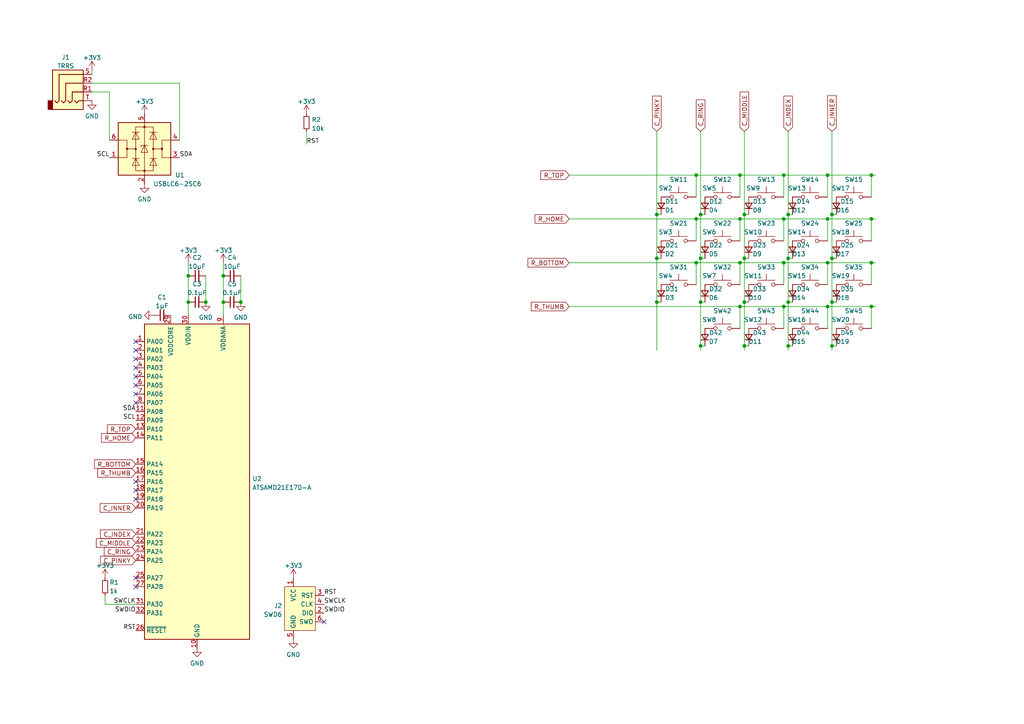
<source format=kicad_sch>
(kicad_sch (version 20211123) (generator eeschema)
  (paper "A4")
  (lib_symbols
    (symbol "Connector:AudioJack4"
      (property "Reference" "J" (at 0 8.89 0))
      (property "Value" "AudioJack4" (at 0 6.35 0))
      (symbol "AudioJack4_0_1"
        (rectangle (start -6.35 -5.08) (end -7.62 -7.62) (stroke (width 0.254)) (fill (type outline)))
        (polyline (pts (xy 0 -5.08) (xy 0.635 -5.715) (xy 1.27 -5.08) (xy 2.54 -5.08)) (stroke (width 0.254)))
        (polyline (pts (xy -5.715 -5.08) (xy -5.08 -5.715) (xy -4.445 -5.08) (xy -4.445 2.54) (xy 2.54 2.54)) (stroke (width 0.254)))
        (polyline (pts (xy -1.905 -5.08) (xy -1.27 -5.715) (xy -0.635 -5.08) (xy -0.635 -2.54) (xy 2.54 -2.54)) (stroke (width 0.254)))
        (polyline (pts (xy 2.54 0) (xy -2.54 0) (xy -2.54 -5.08) (xy -3.175 -5.715) (xy -3.81 -5.08)) (stroke (width 0.254)))
        (rectangle (start 2.54 3.81) (end -6.35 -7.62) (stroke (width 0.254)) (fill (type background)))
      )
      (symbol "AudioJack4_1_1"
        (pin passive line (at 5.08 -2.54 180) (length 2.54) (name "~") (number "R1"))
        (pin passive line (at 5.08 0 180) (length 2.54) (name "~") (number "R2"))
        (pin passive line (at 5.08 2.54 180) (length 2.54) (name "~") (number "S"))
        (pin passive line (at 5.08 -5.08 180) (length 2.54) (name "~") (number "T"))
      )
    )
    (symbol "Device:C_Small" (pin_numbers hide) (pin_names (offset 0.254) hide)
      (property "Reference" "C" (at 0.254 1.778 0))
      (property "Value" "C_Small" (at 0.254 -2.032 0))
      (symbol "C_Small_0_1"
        (polyline (pts (xy -1.524 -0.508) (xy 1.524 -0.508)) (stroke (width 0.3302)))
        (polyline (pts (xy -1.524 0.508) (xy 1.524 0.508)) (stroke (width 0.3048)))
      )
      (symbol "C_Small_1_1"
        (pin passive line (at 0 2.54 270) (length 2.032) (name "~") (number "1"))
        (pin passive line (at 0 -2.54 90) (length 2.032) (name "~") (number "2"))
      )
    )
    (symbol "Device:D_Small" (pin_numbers hide) (pin_names (offset 0.254) hide)
      (property "Reference" "D" (at -1.27 2.032 0))
      (property "Value" "D_Small" (at -3.81 -2.032 0))
      (symbol "D_Small_0_1"
        (polyline (pts (xy -0.762 -1.016) (xy -0.762 1.016)) (stroke (width 0.254)))
        (polyline (pts (xy -0.762 0) (xy 0.762 0)))
        (polyline (pts (xy 0.762 -1.016) (xy -0.762 0) (xy 0.762 1.016) (xy 0.762 -1.016)) (stroke (width 0.254)))
      )
      (symbol "D_Small_1_1"
        (pin passive line (at -2.54 0 0) (length 1.778) (name "K") (number "1"))
        (pin passive line (at 2.54 0 180) (length 1.778) (name "A") (number "2"))
      )
    )
    (symbol "Device:R_Small" (pin_numbers hide) (pin_names (offset 0.254) hide)
      (property "Reference" "R" (at 0.762 0.508 0))
      (property "Value" "R_Small" (at 0.762 -1.016 0))
      (symbol "R_Small_0_1"
        (rectangle (start -0.762 1.778) (end 0.762 -1.778) (stroke (width 0.2032)))
      )
      (symbol "R_Small_1_1"
        (pin passive line (at 0 2.54 270) (length 0.762) (name "~") (number "1"))
        (pin passive line (at 0 -2.54 90) (length 0.762) (name "~") (number "2"))
      )
    )
    (symbol "MCU_Microchip_SAMD:ATSAMD21E17D-A"
      (property "Reference" "U" (at -13.97 46.99 0))
      (property "Value" "ATSAMD21E17D-A" (at 16.51 46.99 0))
      (symbol "ATSAMD21E17D-A_1_1"
        (rectangle (start -15.24 45.72) (end 15.24 -45.72) (stroke (width 0.254)) (fill (type background)))
        (pin bidirectional line (at -17.78 40.64 0) (length 2.54) (name "PA00") (number "1"))
        (pin power_in line (at 0 -48.26 90) (length 2.54) (name "GND") (number "10"))
        (pin bidirectional line (at -17.78 20.32 0) (length 2.54) (name "PA08") (number "11"))
        (pin bidirectional line (at -17.78 17.78 0) (length 2.54) (name "PA09") (number "12"))
        (pin bidirectional line (at -17.78 15.24 0) (length 2.54) (name "PA10") (number "13"))
        (pin bidirectional line (at -17.78 12.7 0) (length 2.54) (name "PA11") (number "14"))
        (pin bidirectional line (at -17.78 5.08 0) (length 2.54) (name "PA14") (number "15"))
        (pin bidirectional line (at -17.78 2.54 0) (length 2.54) (name "PA15") (number "16"))
        (pin bidirectional line (at -17.78 0 0) (length 2.54) (name "PA16") (number "17"))
        (pin bidirectional line (at -17.78 -2.54 0) (length 2.54) (name "PA17") (number "18"))
        (pin bidirectional line (at -17.78 -5.08 0) (length 2.54) (name "PA18") (number "19"))
        (pin bidirectional line (at -17.78 38.1 0) (length 2.54) (name "PA01") (number "2"))
        (pin bidirectional line (at -17.78 -7.62 0) (length 2.54) (name "PA19") (number "20"))
        (pin bidirectional line (at -17.78 -15.24 0) (length 2.54) (name "PA22") (number "21"))
        (pin bidirectional line (at -17.78 -17.78 0) (length 2.54) (name "PA23") (number "22"))
        (pin bidirectional line (at -17.78 -20.32 0) (length 2.54) (name "PA24") (number "23"))
        (pin bidirectional line (at -17.78 -22.86 0) (length 2.54) (name "PA25") (number "24"))
        (pin bidirectional line (at -17.78 -27.94 0) (length 2.54) (name "PA27") (number "25"))
        (pin input line (at -17.78 -43.18 0) (length 2.54) (name "~{RESET}") (number "26"))
        (pin bidirectional line (at -17.78 -30.48 0) (length 2.54) (name "PA28") (number "27"))
        (pin passive line (at 0 -48.26 90) (length 2.54) hide (name "GND") (number "28"))
        (pin power_out line (at -7.62 48.26 270) (length 2.54) (name "VDDCORE") (number "29"))
        (pin bidirectional line (at -17.78 35.56 0) (length 2.54) (name "PA02") (number "3"))
        (pin power_in line (at -2.54 48.26 270) (length 2.54) (name "VDDIN") (number "30"))
        (pin bidirectional line (at -17.78 -35.56 0) (length 2.54) (name "PA30") (number "31"))
        (pin bidirectional line (at -17.78 -38.1 0) (length 2.54) (name "PA31") (number "32"))
        (pin bidirectional line (at -17.78 33.02 0) (length 2.54) (name "PA03") (number "4"))
        (pin bidirectional line (at -17.78 30.48 0) (length 2.54) (name "PA04") (number "5"))
        (pin bidirectional line (at -17.78 27.94 0) (length 2.54) (name "PA05") (number "6"))
        (pin bidirectional line (at -17.78 25.4 0) (length 2.54) (name "PA06") (number "7"))
        (pin bidirectional line (at -17.78 22.86 0) (length 2.54) (name "PA07") (number "8"))
        (pin power_in line (at 7.62 48.26 270) (length 2.54) (name "VDDANA") (number "9"))
      )
    )
    (symbol "Power_Protection:USBLC6-2SC6" (pin_names hide)
      (property "Reference" "U" (at 2.54 8.89 0))
      (property "Value" "USBLC6-2SC6" (at 2.54 -8.89 0))
      (symbol "USBLC6-2SC6_0_1"
        (rectangle (start -7.62 -7.62) (end 7.62 7.62) (stroke (width 0.254)) (fill (type background)))
        (circle (center -5.08 0) (radius 0.254) (fill (type outline)))
        (circle (center -2.54 0) (radius 0.254) (fill (type outline)))
        (rectangle (start -2.54 6.35) (end 2.54 -6.35))
        (circle (center 0 -6.35) (radius 0.254) (fill (type outline)))
        (polyline (pts (xy -5.08 -2.54) (xy -7.62 -2.54)))
        (polyline (pts (xy -5.08 0) (xy -5.08 -2.54)))
        (polyline (pts (xy -5.08 2.54) (xy -7.62 2.54)))
        (polyline (pts (xy -1.524 -2.794) (xy -3.556 -2.794)))
        (polyline (pts (xy -1.524 4.826) (xy -3.556 4.826)))
        (polyline (pts (xy 0 -7.62) (xy 0 -6.35)))
        (polyline (pts (xy 0 -6.35) (xy 0 1.27)))
        (polyline (pts (xy 0 1.27) (xy 0 6.35)))
        (polyline (pts (xy 0 6.35) (xy 0 7.62)))
        (polyline (pts (xy 1.524 -2.794) (xy 3.556 -2.794)))
        (polyline (pts (xy 1.524 4.826) (xy 3.556 4.826)))
        (polyline (pts (xy 5.08 -2.54) (xy 7.62 -2.54)))
        (polyline (pts (xy 5.08 0) (xy 5.08 -2.54)))
        (polyline (pts (xy 5.08 2.54) (xy 7.62 2.54)))
        (polyline (pts (xy -2.54 0) (xy -5.08 0) (xy -5.08 2.54)))
        (polyline (pts (xy 2.54 0) (xy 5.08 0) (xy 5.08 2.54)))
        (polyline (pts (xy -3.556 -4.826) (xy -1.524 -4.826) (xy -2.54 -2.794) (xy -3.556 -4.826)))
        (polyline (pts (xy -3.556 2.794) (xy -1.524 2.794) (xy -2.54 4.826) (xy -3.556 2.794)))
        (polyline (pts (xy -1.016 -1.016) (xy 1.016 -1.016) (xy 0 1.016) (xy -1.016 -1.016)))
        (polyline (pts (xy 1.016 1.016) (xy 0.762 1.016) (xy -1.016 1.016) (xy -1.016 0.508)))
        (polyline (pts (xy 3.556 -4.826) (xy 1.524 -4.826) (xy 2.54 -2.794) (xy 3.556 -4.826)))
        (polyline (pts (xy 3.556 2.794) (xy 1.524 2.794) (xy 2.54 4.826) (xy 3.556 2.794)))
        (circle (center 0 6.35) (radius 0.254) (fill (type outline)))
        (circle (center 2.54 0) (radius 0.254) (fill (type outline)))
        (circle (center 5.08 0) (radius 0.254) (fill (type outline)))
      )
      (symbol "USBLC6-2SC6_1_1"
        (pin passive line (at -10.16 -2.54 0) (length 2.54) (name "I/O1") (number "1"))
        (pin passive line (at 0 -10.16 90) (length 2.54) (name "GND") (number "2"))
        (pin passive line (at 10.16 -2.54 180) (length 2.54) (name "I/O2") (number "3"))
        (pin passive line (at 10.16 2.54 180) (length 2.54) (name "I/O2") (number "4"))
        (pin passive line (at 0 10.16 270) (length 2.54) (name "VBUS") (number "5"))
        (pin passive line (at -10.16 2.54 0) (length 2.54) (name "I/O1") (number "6"))
      )
    )
    (symbol "Switch:SW_Push" (pin_numbers hide) (pin_names (offset 1.016) hide)
      (property "Reference" "SW" (at 1.27 2.54 0))
      (property "Value" "SW_Push" (at 0 -1.524 0))
      (symbol "SW_Push_0_1"
        (circle (center -2.032 0) (radius 0.508))
        (polyline (pts (xy 0 1.27) (xy 0 3.048)))
        (polyline (pts (xy 2.54 1.27) (xy -2.54 1.27)))
        (circle (center 2.032 0) (radius 0.508))
        (pin passive line (at -5.08 0 0) (length 2.54) (name "1") (number "1"))
        (pin passive line (at 5.08 0 180) (length 2.54) (name "2") (number "2"))
      )
    )
    (symbol "power:+3V3" (power) (pin_names (offset 0))
      (property "Value" "+3V3" (at 0 3.556 0))
      (symbol "+3V3_0_1"
        (polyline (pts (xy -0.762 1.27) (xy 0 2.54)))
        (polyline (pts (xy 0 0) (xy 0 2.54)))
        (polyline (pts (xy 0 2.54) (xy 0.762 1.27)))
      )
      (symbol "+3V3_1_1"
        (pin power_in line (at 0 0 90) (length 0) hide (name "+3V3") (number "1"))
      )
    )
    (symbol "power:GND" (power) (pin_names (offset 0))
      (property "Value" "GND" (at 0 -3.81 0))
      (symbol "GND_0_1"
        (polyline (pts (xy 0 0) (xy 0 -1.27) (xy 1.27 -1.27) (xy 0 -2.54) (xy -1.27 -1.27) (xy 0 -1.27)))
      )
      (symbol "GND_1_1"
        (pin power_in line (at 0 0 270) (length 0) hide (name "GND") (number "1"))
      )
    )
    (symbol "xenua:SWD6"
      (property "Reference" "J" (at 6.35 3.81 0))
      (property "Value" "SWD6" (at 6.35 1.27 0))
      (symbol "SWD6_0_1"
        (rectangle (start 0 0) (end 8.89 -12.7) (stroke (width 0.1524)) (fill (type background)))
      )
      (symbol "SWD6_1_1"
        (pin power_in line (at 2.54 2.54 270) (length 2.54) (name "VCC") (number "1"))
        (pin bidirectional line (at 11.43 -7.62 180) (length 2.54) (name "DIO") (number "2"))
        (pin input line (at 11.43 -2.54 180) (length 2.54) (name "RST") (number "3"))
        (pin input line (at 11.43 -5.08 180) (length 2.54) (name "CLK") (number "4"))
        (pin input line (at 2.54 -15.24 90) (length 2.54) (name "GND") (number "5"))
        (pin output line (at 11.43 -10.16 180) (length 2.54) (name "SWO") (number "6"))
      )
    )
  )
  (junction (at 227.33 88.9))
  (junction (at 214.63 76.2))
  (junction (at 215.9 74.93))
  (junction (at 215.9 87.63))
  (junction (at 203.2 100.33))
  (junction (at 240.03 76.2))
  (junction (at 252.73 50.8))
  (junction (at 241.3 87.63))
  (junction (at 201.93 50.8))
  (junction (at 227.33 50.8))
  (junction (at 190.5 74.93))
  (junction (at 240.03 63.5))
  (junction (at 69.85 87.63))
  (junction (at 64.77 80.01))
  (junction (at 215.9 100.33))
  (junction (at 203.2 87.63))
  (junction (at 214.63 88.9))
  (junction (at 227.33 63.5))
  (junction (at 214.63 50.8))
  (junction (at 241.3 100.33))
  (junction (at 54.61 80.01))
  (junction (at 252.73 76.2))
  (junction (at 252.73 88.9))
  (junction (at 203.2 62.23))
  (junction (at 227.33 76.2))
  (junction (at 59.69 87.63))
  (junction (at 228.6 87.63))
  (junction (at 252.73 63.5))
  (junction (at 240.03 50.8))
  (junction (at 241.3 62.23))
  (junction (at 54.61 87.63))
  (junction (at 215.9 62.23))
  (junction (at 64.77 87.63))
  (junction (at 241.3 74.93))
  (junction (at 228.6 62.23))
  (junction (at 201.93 76.2))
  (junction (at 214.63 63.5))
  (junction (at 201.93 63.5))
  (junction (at 228.6 100.33))
  (junction (at 203.2 74.93))
  (junction (at 240.03 88.9))
  (junction (at 190.5 62.23))
  (junction (at 190.5 87.63))
  (junction (at 228.6 74.93))
  (no_connect (at 39.37 170.18))
  (no_connect (at 39.37 167.64))
  (no_connect (at 39.37 101.6))
  (no_connect (at 39.37 99.06))
  (no_connect (at 93.98 180.34))
  (no_connect (at 39.37 106.68))
  (no_connect (at 39.37 116.84))
  (no_connect (at 39.37 109.22))
  (no_connect (at 39.37 114.3))
  (no_connect (at 39.37 144.78))
  (no_connect (at 39.37 142.24))
  (no_connect (at 39.37 139.7))
  (no_connect (at 39.37 104.14))
  (no_connect (at 39.37 111.76))
  (wire (pts (xy 190.5 74.93) (xy 190.5 87.63)))
  (wire (pts (xy 241.3 74.93) (xy 241.3 87.63)))
  (wire (pts (xy 214.63 76.2) (xy 214.63 82.55)))
  (wire (pts (xy 190.5 87.63) (xy 190.5 101.6)))
  (wire (pts (xy 214.63 63.5) (xy 214.63 69.85)))
  (wire (pts (xy 31.75 26.67) (xy 31.75 40.64)))
  (wire (pts (xy 228.6 100.33) (xy 228.6 101.6)))
  (wire (pts (xy 228.6 74.93) (xy 228.6 87.63)))
  (wire (pts (xy 215.9 62.23) (xy 215.9 74.93)))
  (wire (pts (xy 228.6 87.63) (xy 228.6 100.33)))
  (wire (pts (xy 241.3 100.33) (xy 241.3 101.6)))
  (wire (pts (xy 241.3 87.63) (xy 241.3 100.33)))
  (wire (pts (xy 227.33 50.8) (xy 227.33 57.15)))
  (wire (pts (xy 201.93 76.2) (xy 201.93 82.55)))
  (wire (pts (xy 214.63 88.9) (xy 227.33 88.9)))
  (wire (pts (xy 240.03 88.9) (xy 252.73 88.9)))
  (wire (pts (xy 240.03 76.2) (xy 252.73 76.2)))
  (wire (pts (xy 165.1 50.8) (xy 201.93 50.8)))
  (wire (pts (xy 64.77 76.2) (xy 64.77 80.01)))
  (wire (pts (xy 215.9 62.23) (xy 217.17 62.23)))
  (wire (pts (xy 228.6 62.23) (xy 228.6 74.93)))
  (wire (pts (xy 54.61 76.2) (xy 54.61 80.01)))
  (wire (pts (xy 201.93 50.8) (xy 201.93 57.15)))
  (wire (pts (xy 240.03 50.8) (xy 252.73 50.8)))
  (wire (pts (xy 228.6 74.93) (xy 229.87 74.93)))
  (wire (pts (xy 252.73 76.2) (xy 252.73 82.55)))
  (wire (pts (xy 30.48 175.26) (xy 39.37 175.26)))
  (wire (pts (xy 26.67 20.32) (xy 26.67 21.59)))
  (wire (pts (xy 190.5 74.93) (xy 191.77 74.93)))
  (wire (pts (xy 228.6 100.33) (xy 229.87 100.33)))
  (wire (pts (xy 165.1 88.9) (xy 214.63 88.9)))
  (wire (pts (xy 54.61 87.63) (xy 54.61 91.44)))
  (wire (pts (xy 227.33 76.2) (xy 227.33 82.55)))
  (wire (pts (xy 215.9 87.63) (xy 217.17 87.63)))
  (wire (pts (xy 214.63 50.8) (xy 214.63 57.15)))
  (wire (pts (xy 203.2 62.23) (xy 204.47 62.23)))
  (wire (pts (xy 165.1 76.2) (xy 201.93 76.2)))
  (wire (pts (xy 215.9 87.63) (xy 215.9 100.33)))
  (wire (pts (xy 190.5 62.23) (xy 191.77 62.23)))
  (wire (pts (xy 59.69 80.01) (xy 59.69 87.63)))
  (wire (pts (xy 228.6 38.1) (xy 228.6 62.23)))
  (wire (pts (xy 227.33 76.2) (xy 240.03 76.2)))
  (wire (pts (xy 215.9 100.33) (xy 217.17 100.33)))
  (wire (pts (xy 30.48 172.72) (xy 30.48 175.26)))
  (wire (pts (xy 252.73 50.8) (xy 252.73 57.15)))
  (wire (pts (xy 252.73 50.8) (xy 254 50.8)))
  (wire (pts (xy 215.9 74.93) (xy 217.17 74.93)))
  (wire (pts (xy 203.2 74.93) (xy 204.47 74.93)))
  (wire (pts (xy 64.77 80.01) (xy 64.77 87.63)))
  (wire (pts (xy 203.2 87.63) (xy 204.47 87.63)))
  (wire (pts (xy 240.03 76.2) (xy 240.03 82.55)))
  (wire (pts (xy 215.9 38.1) (xy 215.9 62.23)))
  (wire (pts (xy 64.77 87.63) (xy 64.77 91.44)))
  (wire (pts (xy 227.33 50.8) (xy 240.03 50.8)))
  (wire (pts (xy 190.5 87.63) (xy 191.77 87.63)))
  (wire (pts (xy 26.67 24.13) (xy 52.07 24.13)))
  (wire (pts (xy 190.5 38.1) (xy 190.5 62.23)))
  (wire (pts (xy 240.03 63.5) (xy 252.73 63.5)))
  (wire (pts (xy 215.9 100.33) (xy 215.9 101.6)))
  (wire (pts (xy 201.93 50.8) (xy 214.63 50.8)))
  (wire (pts (xy 201.93 63.5) (xy 201.93 69.85)))
  (wire (pts (xy 240.03 50.8) (xy 240.03 57.15)))
  (wire (pts (xy 69.85 80.01) (xy 69.85 87.63)))
  (wire (pts (xy 214.63 76.2) (xy 227.33 76.2)))
  (wire (pts (xy 241.3 100.33) (xy 242.57 100.33)))
  (wire (pts (xy 252.73 63.5) (xy 254 63.5)))
  (wire (pts (xy 203.2 74.93) (xy 203.2 87.63)))
  (wire (pts (xy 241.3 74.93) (xy 242.57 74.93)))
  (wire (pts (xy 240.03 63.5) (xy 240.03 69.85)))
  (wire (pts (xy 252.73 88.9) (xy 252.73 95.25)))
  (wire (pts (xy 165.1 63.5) (xy 201.93 63.5)))
  (wire (pts (xy 227.33 88.9) (xy 240.03 88.9)))
  (wire (pts (xy 228.6 87.63) (xy 229.87 87.63)))
  (wire (pts (xy 190.5 62.23) (xy 190.5 74.93)))
  (wire (pts (xy 240.03 88.9) (xy 240.03 95.25)))
  (wire (pts (xy 241.3 87.63) (xy 242.57 87.63)))
  (wire (pts (xy 54.61 80.01) (xy 54.61 87.63)))
  (wire (pts (xy 228.6 62.23) (xy 229.87 62.23)))
  (wire (pts (xy 227.33 63.5) (xy 227.33 69.85)))
  (wire (pts (xy 227.33 88.9) (xy 227.33 95.25)))
  (wire (pts (xy 252.73 76.2) (xy 254 76.2)))
  (wire (pts (xy 201.93 76.2) (xy 214.63 76.2)))
  (wire (pts (xy 203.2 62.23) (xy 203.2 74.93)))
  (wire (pts (xy 215.9 74.93) (xy 215.9 87.63)))
  (wire (pts (xy 52.07 24.13) (xy 52.07 40.64)))
  (wire (pts (xy 252.73 63.5) (xy 252.73 69.85)))
  (wire (pts (xy 214.63 88.9) (xy 214.63 95.25)))
  (wire (pts (xy 88.9 38.1) (xy 88.9 41.91)))
  (wire (pts (xy 201.93 63.5) (xy 214.63 63.5)))
  (wire (pts (xy 252.73 88.9) (xy 254 88.9)))
  (wire (pts (xy 227.33 63.5) (xy 240.03 63.5)))
  (wire (pts (xy 203.2 100.33) (xy 203.2 101.6)))
  (wire (pts (xy 214.63 63.5) (xy 227.33 63.5)))
  (wire (pts (xy 26.67 26.67) (xy 31.75 26.67)))
  (wire (pts (xy 203.2 87.63) (xy 203.2 100.33)))
  (wire (pts (xy 241.3 62.23) (xy 241.3 74.93)))
  (wire (pts (xy 241.3 38.1) (xy 241.3 62.23)))
  (wire (pts (xy 203.2 38.1) (xy 203.2 62.23)))
  (wire (pts (xy 203.2 100.33) (xy 204.47 100.33)))
  (wire (pts (xy 214.63 50.8) (xy 227.33 50.8)))
  (wire (pts (xy 241.3 62.23) (xy 242.57 62.23)))
  (label "RST" (at 93.98 172.72 0))
  (label "SWDIO" (at 93.98 177.8 0))
  (label "SWCLK" (at 93.98 175.26 0))
  (label "SWCLK" (at 39.37 175.26 180))
  (label "SCL" (at 31.75 45.72 180))
  (label "RST" (at 39.37 182.88 180))
  (label "SWDIO" (at 39.37 177.8 180))
  (label "SDA" (at 39.37 119.38 180))
  (label "SCL" (at 39.37 121.92 180))
  (label "SDA" (at 52.07 45.72 0))
  (label "RST" (at 88.9 41.91 0))
  (global_label "R_HOME" (shape input) (at 165.1 63.5 180) (property "Intersheet References" "${INTERSHEET_REFS}" (effects hide)))
  (global_label "C_INNER" (shape input) (at 241.3 38.1 90) (property "Intersheet References" "${INTERSHEET_REFS}" (effects hide)))
  (global_label "R_TOP" (shape input) (at 39.37 124.46 180) (property "Intersheet References" "${INTERSHEET_REFS}" (effects hide)))
  (global_label "C_INNER" (shape input) (at 39.37 147.32 180) (property "Intersheet References" "${INTERSHEET_REFS}" (effects hide)))
  (global_label "R_THUMB" (shape input) (at 39.37 137.16 180) (property "Intersheet References" "${INTERSHEET_REFS}" (effects hide)))
  (global_label "R_BOTTOM" (shape input) (at 165.1 76.2 180) (property "Intersheet References" "${INTERSHEET_REFS}" (effects hide)))
  (global_label "C_RING" (shape input) (at 39.37 160.02 180) (property "Intersheet References" "${INTERSHEET_REFS}" (effects hide)))
  (global_label "C_INDEX" (shape input) (at 39.37 154.94 180) (property "Intersheet References" "${INTERSHEET_REFS}" (effects hide)))
  (global_label "R_THUMB" (shape input) (at 165.1 88.9 180) (property "Intersheet References" "${INTERSHEET_REFS}" (effects hide)))
  (global_label "C_INDEX" (shape input) (at 228.6 38.1 90) (property "Intersheet References" "${INTERSHEET_REFS}" (effects hide)))
  (global_label "C_PINKY" (shape input) (at 39.37 162.56 180) (property "Intersheet References" "${INTERSHEET_REFS}" (effects hide)))
  (global_label "C_RING" (shape input) (at 203.2 38.1 90) (property "Intersheet References" "${INTERSHEET_REFS}" (effects hide)))
  (global_label "C_PINKY" (shape input) (at 190.5 38.1 90) (property "Intersheet References" "${INTERSHEET_REFS}" (effects hide)))
  (global_label "C_MIDDLE" (shape input) (at 39.37 157.48 180) (property "Intersheet References" "${INTERSHEET_REFS}" (effects hide)))
  (global_label "R_HOME" (shape input) (at 39.37 127 180) (property "Intersheet References" "${INTERSHEET_REFS}" (effects hide)))
  (global_label "C_MIDDLE" (shape input) (at 215.9 38.1 90) (property "Intersheet References" "${INTERSHEET_REFS}" (effects hide)))
  (global_label "R_TOP" (shape input) (at 165.1 50.8 180) (property "Intersheet References" "${INTERSHEET_REFS}" (effects hide)))
  (global_label "R_BOTTOM" (shape input) (at 39.37 134.62 180) (property "Intersheet References" "${INTERSHEET_REFS}" (effects hide)))
  (symbol (lib_id "Device:D_Small") (at 242.57 59.69 90) (unit 1)
    (property "Reference" "D16" (at 246.38 60.96 90) (effects (justify left)))
    (property "Value" "D15" (at 247.65 58.42 90) (effects (justify left)))
    (property "Footprint" "1N4148:DIOAD829W49L456D191" (effects hide))
  )
  (symbol (lib_id "Device:D_Small") (at 229.87 97.79 90) (unit 1)
    (property "Reference" "D15" (at 233.68 99.06 90) (effects (justify left)))
    (property "Value" "D44" (at 234.95 96.52 90) (effects (justify left)))
    (property "Footprint" "1N4148:DIOAD829W49L456D191" (effects hide))
  )
  (symbol (lib_id "Device:C_Small") (at 57.15 87.63 90) (unit 1)
    (property "Reference" "C3" (at 57.1563 82.3681 90))
    (property "Value" "0.1µF" (at 57.1563 84.905 90))
    (property "Footprint" "Capacitor_SMD:C_0603_1608Metric_Pad1.08x0.95mm_HandSolder" (effects hide))
  )
  (symbol (lib_id "Device:D_Small") (at 217.17 72.39 90) (unit 1)
    (property "Reference" "D9" (at 220.98 73.66 90) (effects (justify left)))
    (property "Value" "D23" (at 222.25 71.12 90) (effects (justify left)))
    (property "Footprint" "1N4148:DIOAD829W49L456D191" (effects hide))
  )
  (symbol (lib_id "power:GND") (at 85.09 185.42 0) (unit 1)
    (property "Reference" "#PWR0101" (effects hide))
    (property "Value" "GND" (at 85.09 189.8634 0))
  )
  (symbol (lib_id "Device:C_Small") (at 67.31 87.63 90) (unit 1)
    (property "Reference" "C5" (at 67.3163 82.3681 90))
    (property "Value" "0.1µF" (at 67.3163 84.905 90))
    (property "Footprint" "Capacitor_SMD:C_0603_1608Metric_Pad1.08x0.95mm_HandSolder" (effects hide))
  )
  (symbol (lib_id "Device:D_Small") (at 191.77 85.09 90) (unit 1)
    (property "Reference" "D3" (at 195.58 86.36 90) (effects (justify left)))
    (property "Value" "D31" (at 196.85 83.82 90) (effects (justify left)))
    (property "Footprint" "1N4148:DIOAD829W49L456D191" (effects hide))
  )
  (symbol (lib_id "power:GND") (at 57.15 187.96 0) (unit 1)
    (property "Reference" "#PWR08" (effects hide))
    (property "Value" "GND" (at 57.15 192.4034 0))
  )
  (symbol (lib_id "Device:D_Small") (at 204.47 85.09 90) (unit 1)
    (property "Reference" "D6" (at 208.28 86.36 90) (effects (justify left)))
    (property "Value" "D32" (at 209.55 83.82 90) (effects (justify left)))
    (property "Footprint" "1N4148:DIOAD829W49L456D191" (effects hide))
  )
  (symbol (lib_id "Switch:SW_Push") (at 209.55 57.15 0) (unit 1)
    (property "Reference" "SW5" (at 205.74 54.61 0))
    (property "Value" "SW12" (at 209.55 52.07 0))
    (property "Footprint" "mbk:Choc-1u-solder" (effects hide))
  )
  (symbol (lib_id "power:+3V3") (at 41.91 33.02 0) (unit 1)
    (property "Reference" "#PWR04" (effects hide))
    (property "Value" "+3V3" (at 41.91 29.4442 0))
  )
  (symbol (lib_id "Switch:SW_Push") (at 209.55 95.25 0) (unit 1)
    (property "Reference" "SW8" (at 205.74 92.71 0))
    (property "Value" "SW42" (at 209.55 90.17 0))
    (property "Footprint" "mbk:Choc-1u-solder" (effects hide))
  )
  (symbol (lib_id "Power_Protection:USBLC6-2SC6") (at 41.91 43.18 0) (unit 1)
    (property "Reference" "U1" (at 50.8 50.8 0) (effects (justify left)))
    (property "Value" "USBLC6-2SC6" (at 44.45 53.34 0) (effects (justify left)))
    (property "Footprint" "Package_TO_SOT_SMD:SOT-23-6" (effects hide))
    (property "Datasheet" "https://www.st.com/resource/en/datasheet/usblc6-2.pdf" (effects hide))
  )
  (symbol (lib_id "power:GND") (at 41.91 53.34 0) (unit 1)
    (property "Reference" "#PWR05" (effects hide))
    (property "Value" "GND" (at 41.91 57.7834 0))
  )
  (symbol (lib_id "power:+3V3") (at 64.77 76.2 0) (unit 1)
    (property "Reference" "#PWR010" (effects hide))
    (property "Value" "+3V3" (at 64.77 72.6242 0))
  )
  (symbol (lib_id "Connector:AudioJack4") (at 21.59 24.13 0) (unit 1)
    (property "Reference" "J1" (at 19.05 16.6202 0))
    (property "Value" "TRRS" (at 19.05 19.1571 0))
    (property "Footprint" "pj320a:Jack_3.5mm_PJ320A_Horizontal" (effects hide))
  )
  (symbol (lib_id "Switch:SW_Push") (at 247.65 82.55 0) (unit 1)
    (property "Reference" "SW19" (at 243.84 80.01 0))
    (property "Value" "SW35" (at 247.65 77.47 0))
    (property "Footprint" "mbk:Choc-1u-solder" (effects hide))
  )
  (symbol (lib_id "power:GND") (at 26.67 29.21 0) (unit 1)
    (property "Reference" "#PWR02" (effects hide))
    (property "Value" "GND" (at 26.67 33.6534 0))
  )
  (symbol (lib_id "Switch:SW_Push") (at 222.25 57.15 0) (unit 1)
    (property "Reference" "SW9" (at 218.44 54.61 0))
    (property "Value" "SW13" (at 222.25 52.07 0))
    (property "Footprint" "mbk:Choc-1u-solder" (effects hide))
  )
  (symbol (lib_id "Device:D_Small") (at 242.57 97.79 90) (unit 1)
    (property "Reference" "D19" (at 246.38 99.06 90) (effects (justify left)))
    (property "Value" "D45" (at 247.65 96.52 90) (effects (justify left)))
    (property "Footprint" "1N4148:DIOAD829W49L456D191" (effects hide))
  )
  (symbol (lib_id "Switch:SW_Push") (at 247.65 57.15 0) (unit 1)
    (property "Reference" "SW17" (at 243.84 54.61 0))
    (property "Value" "SW15" (at 247.65 52.07 0))
    (property "Footprint" "mbk:Choc-1u-solder" (effects hide))
  )
  (symbol (lib_id "Switch:SW_Push") (at 234.95 95.25 0) (unit 1)
    (property "Reference" "SW16" (at 231.14 92.71 0))
    (property "Value" "SW44" (at 234.95 90.17 0))
    (property "Footprint" "mbk:Choc-1u-solder" (effects hide))
  )
  (symbol (lib_id "Device:C_Small") (at 46.99 91.44 90) (unit 1)
    (property "Reference" "C1" (at 46.9963 86.1781 90))
    (property "Value" "1µF" (at 46.9963 88.715 90))
    (property "Footprint" "Capacitor_SMD:C_0603_1608Metric_Pad1.08x0.95mm_HandSolder" (effects hide))
  )
  (symbol (lib_id "Switch:SW_Push") (at 196.85 82.55 0) (unit 1)
    (property "Reference" "SW4" (at 193.04 80.01 0))
    (property "Value" "SW31" (at 196.85 77.47 0))
    (property "Footprint" "mbk:Choc-1u-solder" (effects hide))
  )
  (symbol (lib_id "Switch:SW_Push") (at 234.95 57.15 0) (unit 1)
    (property "Reference" "SW13" (at 231.14 54.61 0))
    (property "Value" "SW14" (at 234.95 52.07 0))
    (property "Footprint" "mbk:Choc-1u-solder" (effects hide))
  )
  (symbol (lib_id "Device:D_Small") (at 191.77 72.39 90) (unit 1)
    (property "Reference" "D2" (at 195.58 73.66 90) (effects (justify left)))
    (property "Value" "D21" (at 196.85 71.12 90) (effects (justify left)))
    (property "Footprint" "1N4148:DIOAD829W49L456D191" (effects hide))
  )
  (symbol (lib_id "Device:C_Small") (at 57.15 80.01 90) (unit 1)
    (property "Reference" "C2" (at 57.1563 74.7481 90))
    (property "Value" "10µF" (at 57.1563 77.285 90))
    (property "Footprint" "Capacitor_SMD:C_0603_1608Metric_Pad1.08x0.95mm_HandSolder" (effects hide))
  )
  (symbol (lib_id "Switch:SW_Push") (at 222.25 82.55 0) (unit 1)
    (property "Reference" "SW11" (at 218.44 80.01 0))
    (property "Value" "SW33" (at 222.25 77.47 0))
    (property "Footprint" "mbk:Choc-1u-solder" (effects hide))
  )
  (symbol (lib_id "Device:D_Small") (at 217.17 97.79 90) (unit 1)
    (property "Reference" "D11" (at 220.98 99.06 90) (effects (justify left)))
    (property "Value" "D43" (at 222.25 96.52 90) (effects (justify left)))
    (property "Footprint" "1N4148:DIOAD829W49L456D191" (effects hide))
  )
  (symbol (lib_id "power:+3V3") (at 26.67 20.32 0) (unit 1)
    (property "Reference" "#PWR01" (effects hide))
    (property "Value" "+3V3" (at 26.67 16.7442 0))
  )
  (symbol (lib_id "Device:D_Small") (at 229.87 72.39 90) (unit 1)
    (property "Reference" "D13" (at 233.68 73.66 90) (effects (justify left)))
    (property "Value" "D24" (at 234.95 71.12 90) (effects (justify left)))
    (property "Footprint" "1N4148:DIOAD829W49L456D191" (effects hide))
  )
  (symbol (lib_id "Switch:SW_Push") (at 247.65 69.85 0) (unit 1)
    (property "Reference" "SW18" (at 243.84 67.31 0))
    (property "Value" "SW25" (at 247.65 64.77 0))
    (property "Footprint" "mbk:Choc-1u-solder" (effects hide))
  )
  (symbol (lib_id "Device:D_Small") (at 191.77 59.69 90) (unit 1)
    (property "Reference" "D1" (at 195.58 60.96 90) (effects (justify left)))
    (property "Value" "D11" (at 196.85 58.42 90) (effects (justify left)))
    (property "Footprint" "1N4148:DIOAD829W49L456D191" (effects hide))
  )
  (symbol (lib_id "Switch:SW_Push") (at 234.95 69.85 0) (unit 1)
    (property "Reference" "SW14" (at 231.14 67.31 0))
    (property "Value" "SW24" (at 234.95 64.77 0))
    (property "Footprint" "mbk:Choc-1u-solder" (effects hide))
  )
  (symbol (lib_id "xenua:SWD6") (at 82.55 170.18 0) (unit 1)
    (property "Reference" "J2" (at 81.8389 175.6953 0) (effects (justify right)))
    (property "Value" "SWD6" (at 81.8389 178.2322 0) (effects (justify right)))
    (property "Footprint" "xenua:TC2030" (effects hide))
  )
  (symbol (lib_id "Switch:SW_Push") (at 209.55 82.55 0) (unit 1)
    (property "Reference" "SW7" (at 205.74 80.01 0))
    (property "Value" "SW32" (at 209.55 77.47 0))
    (property "Footprint" "mbk:Choc-1u-solder" (effects hide))
  )
  (symbol (lib_id "power:+3V3") (at 54.61 76.2 0) (unit 1)
    (property "Reference" "#PWR07" (effects hide))
    (property "Value" "+3V3" (at 54.61 72.6242 0))
  )
  (symbol (lib_id "Switch:SW_Push") (at 209.55 69.85 0) (unit 1)
    (property "Reference" "SW6" (at 205.74 67.31 0))
    (property "Value" "SW22" (at 209.55 64.77 0))
    (property "Footprint" "mbk:Choc-1u-solder" (effects hide))
  )
  (symbol (lib_id "Switch:SW_Push") (at 196.85 69.85 0) (unit 1)
    (property "Reference" "SW3" (at 193.04 67.31 0))
    (property "Value" "SW21" (at 196.85 64.77 0))
    (property "Footprint" "mbk:Choc-1u-solder" (effects hide))
  )
  (symbol (lib_id "power:+3V3") (at 88.9 33.02 0) (unit 1)
    (property "Reference" "#PWR013" (effects hide))
    (property "Value" "+3V3" (at 88.9 29.4442 0))
  )
  (symbol (lib_id "Device:D_Small") (at 204.47 72.39 90) (unit 1)
    (property "Reference" "D5" (at 208.28 73.66 90) (effects (justify left)))
    (property "Value" "D22" (at 209.55 71.12 90) (effects (justify left)))
    (property "Footprint" "1N4148:DIOAD829W49L456D191" (effects hide))
  )
  (symbol (lib_id "Device:D_Small") (at 204.47 59.69 90) (unit 1)
    (property "Reference" "D4" (at 208.28 60.96 90) (effects (justify left)))
    (property "Value" "D12" (at 209.55 58.42 90) (effects (justify left)))
    (property "Footprint" "1N4148:DIOAD829W49L456D191" (effects hide))
  )
  (symbol (lib_id "Device:C_Small") (at 67.31 80.01 90) (unit 1)
    (property "Reference" "C4" (at 67.3163 74.7481 90))
    (property "Value" "10µF" (at 67.3163 77.285 90))
    (property "Footprint" "Capacitor_SMD:C_0603_1608Metric_Pad1.08x0.95mm_HandSolder" (effects hide))
  )
  (symbol (lib_id "Device:D_Small") (at 217.17 85.09 90) (unit 1)
    (property "Reference" "D10" (at 220.98 86.36 90) (effects (justify left)))
    (property "Value" "D33" (at 222.25 83.82 90) (effects (justify left)))
    (property "Footprint" "1N4148:DIOAD829W49L456D191" (effects hide))
  )
  (symbol (lib_id "Device:R_Small") (at 30.48 170.18 0) (unit 1)
    (property "Reference" "R1" (at 31.75 168.91 0) (effects (justify left)))
    (property "Value" "1k" (at 31.75 171.45 0) (effects (justify left)))
    (property "Footprint" "Resistor_SMD:R_0402_1005Metric_Pad0.72x0.64mm_HandSolder" (effects hide))
  )
  (symbol (lib_id "Switch:SW_Push") (at 196.85 57.15 0) (unit 1)
    (property "Reference" "SW2" (at 193.04 54.61 0))
    (property "Value" "SW11" (at 196.85 52.07 0))
    (property "Footprint" "mbk:Choc-1u-solder" (effects hide))
  )
  (symbol (lib_id "Device:D_Small") (at 229.87 59.69 90) (unit 1)
    (property "Reference" "D12" (at 233.68 60.96 90) (effects (justify left)))
    (property "Value" "D14" (at 234.95 58.42 90) (effects (justify left)))
    (property "Footprint" "1N4148:DIOAD829W49L456D191" (effects hide))
  )
  (symbol (lib_id "Device:R_Small") (at 88.9 35.56 180) (unit 1)
    (property "Reference" "R2" (at 90.3986 34.7253 0) (effects (justify right)))
    (property "Value" "10k" (at 90.3986 37.2622 0) (effects (justify right)))
    (property "Footprint" "Resistor_SMD:R_0402_1005Metric_Pad0.72x0.64mm_HandSolder" (effects hide))
  )
  (symbol (lib_id "Device:D_Small") (at 217.17 59.69 90) (unit 1)
    (property "Reference" "D8" (at 220.98 60.96 90) (effects (justify left)))
    (property "Value" "D13" (at 222.25 58.42 90) (effects (justify left)))
    (property "Footprint" "1N4148:DIOAD829W49L456D191" (effects hide))
  )
  (symbol (lib_id "power:GND") (at 69.85 87.63 0) (unit 1)
    (property "Reference" "#PWR011" (effects hide))
    (property "Value" "GND" (at 69.85 92.0734 0))
  )
  (symbol (lib_id "Device:D_Small") (at 242.57 72.39 90) (unit 1)
    (property "Reference" "D17" (at 246.38 73.66 90) (effects (justify left)))
    (property "Value" "D25" (at 247.65 71.12 90) (effects (justify left)))
    (property "Footprint" "1N4148:DIOAD829W49L456D191" (effects hide))
  )
  (symbol (lib_id "Switch:SW_Push") (at 247.65 95.25 0) (unit 1)
    (property "Reference" "SW20" (at 243.84 92.71 0))
    (property "Value" "SW45" (at 247.65 90.17 0))
    (property "Footprint" "mbk:Choc-1u-solder" (effects hide))
  )
  (symbol (lib_id "power:+3V3") (at 85.09 167.64 0) (unit 1)
    (property "Reference" "#PWR015" (effects hide))
    (property "Value" "+3V3" (at 85.09 164.0355 0))
  )
  (symbol (lib_id "Device:D_Small") (at 204.47 97.79 90) (unit 1)
    (property "Reference" "D7" (at 208.28 99.06 90) (effects (justify left)))
    (property "Value" "D42" (at 209.55 96.52 90) (effects (justify left)))
    (property "Footprint" "1N4148:DIOAD829W49L456D191" (effects hide))
  )
  (symbol (lib_id "power:+3V3") (at 30.48 167.64 0) (unit 1)
    (property "Reference" "#PWR03" (effects hide))
    (property "Value" "+3V3" (at 30.48 164.0355 0))
  )
  (symbol (lib_id "power:GND") (at 44.45 91.44 270) (unit 1)
    (property "Reference" "#PWR06" (effects hide))
    (property "Value" "GND" (at 41.2751 91.8738 90) (effects (justify right)))
  )
  (symbol (lib_id "Switch:SW_Push") (at 222.25 69.85 0) (unit 1)
    (property "Reference" "SW10" (at 218.44 67.31 0))
    (property "Value" "SW23" (at 222.25 64.77 0))
    (property "Footprint" "mbk:Choc-1u-solder" (effects hide))
  )
  (symbol (lib_id "Switch:SW_Push") (at 222.25 95.25 0) (unit 1)
    (property "Reference" "SW12" (at 218.44 92.71 0))
    (property "Value" "SW43" (at 222.25 90.17 0))
    (property "Footprint" "mbk:Choc-1u-solder" (effects hide))
  )
  (symbol (lib_id "power:GND") (at 59.69 87.63 0) (unit 1)
    (property "Reference" "#PWR09" (effects hide))
    (property "Value" "GND" (at 59.69 92.0734 0))
  )
  (symbol (lib_id "Switch:SW_Push") (at 234.95 82.55 0) (unit 1)
    (property "Reference" "SW15" (at 231.14 80.01 0))
    (property "Value" "SW34" (at 234.95 77.47 0))
    (property "Footprint" "mbk:Choc-1u-solder" (effects hide))
  )
  (symbol (lib_id "MCU_Microchip_SAMD:ATSAMD21E17D-A") (at 57.15 139.7 0) (unit 1)
    (property "Reference" "U2" (at 73.152 138.8653 0) (effects (justify left)))
    (property "Value" "ATSAMD21E17D-A" (at 73.152 141.4022 0) (effects (justify left)))
    (property "Footprint" "Package_QFP:TQFP-32_7x7mm_P0.8mm" (effects hide))
    (property "Datasheet" "http://ww1.microchip.com/downloads/en/DeviceDoc/SAM_D21_DA1_Family_Data%20Sheet_DS40001882E.pdf" (effects hide))
  )
  (symbol (lib_id "Device:D_Small") (at 229.87 85.09 90) (unit 1)
    (property "Reference" "D14" (at 233.68 86.36 90) (effects (justify left)))
    (property "Value" "D34" (at 234.95 83.82 90) (effects (justify left)))
    (property "Footprint" "1N4148:DIOAD829W49L456D191" (effects hide))
  )
  (symbol (lib_id "Device:D_Small") (at 242.57 85.09 90) (unit 1)
    (property "Reference" "D18" (at 246.38 86.36 90) (effects (justify left)))
    (property "Value" "D35" (at 247.65 83.82 90) (effects (justify left)))
    (property "Footprint" "1N4148:DIOAD829W49L456D191" (effects hide))
  )
)
</source>
